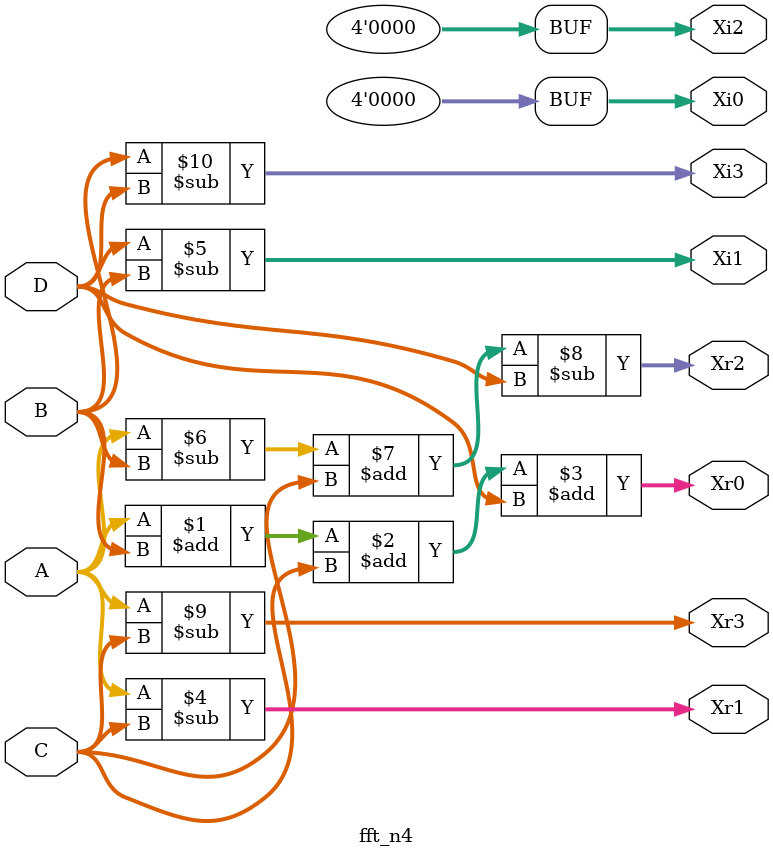
<source format=v>
module fft_n4(
	input [3:0]A,
	input [3:0]B,
	input [3:0]C,
	input [3:0]D,
	output [3:0]Xr0,
	output [3:0]Xr1,
	output [3:0]Xr2,
	output [3:0]Xr3,
	output [3:0]Xi0,
	output [3:0]Xi1,
	output [3:0]Xi2,
	output [3:0]Xi3);

assign Xr0 = A+B+C+D;
assign Xi0 = 4'b0000;
assign Xr1 = A-C;
assign Xi1 = D-B;
assign Xr2 = A-B+C-D;
assign Xi2 = 4'b0000;
assign Xr3 = A-C;
assign Xi3 = B-D;

endmodule

</source>
